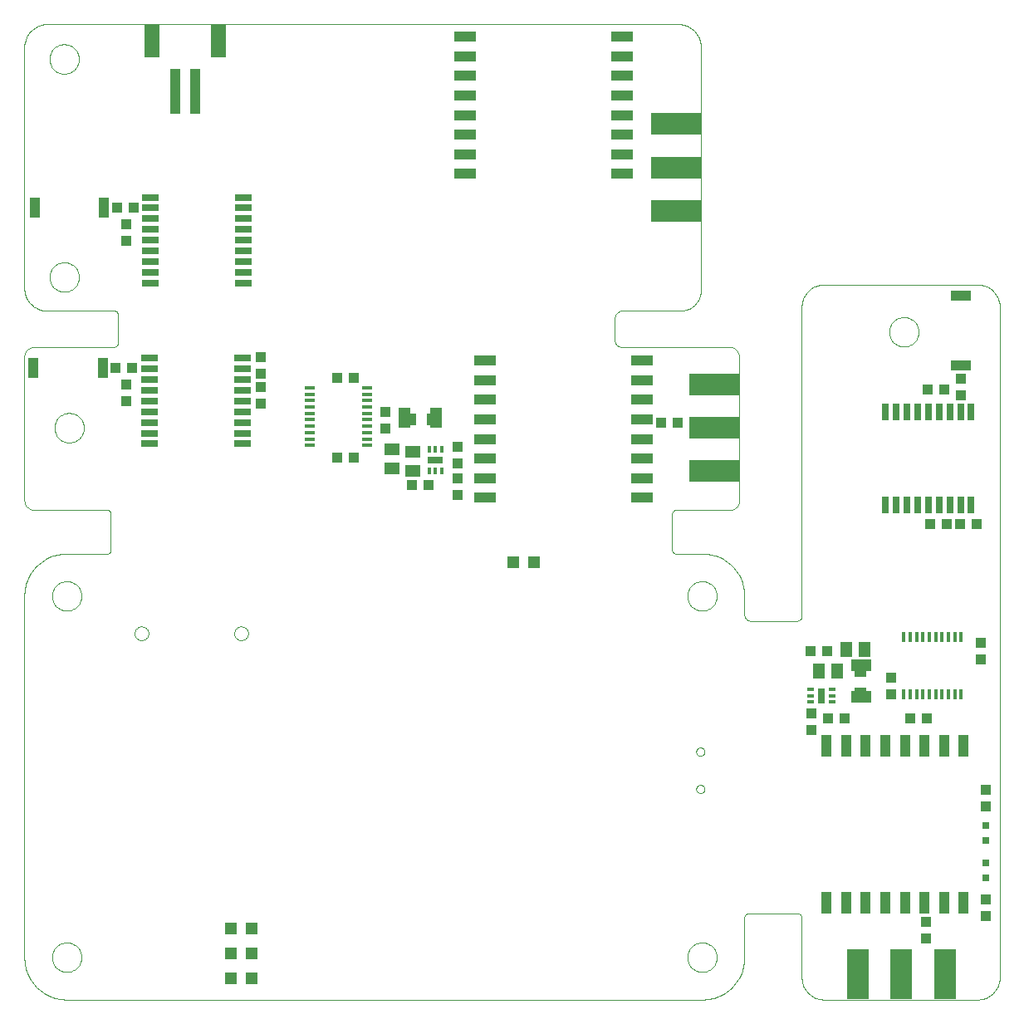
<source format=gtp>
G75*
%MOIN*%
%OFA0B0*%
%FSLAX24Y24*%
%IPPOS*%
%LPD*%
%AMOC8*
5,1,8,0,0,1.08239X$1,22.5*
%
%ADD10C,0.0000*%
%ADD11R,0.0472X0.0472*%
%ADD12R,0.0120X0.0390*%
%ADD13R,0.0315X0.0709*%
%ADD14R,0.0276X0.0709*%
%ADD15R,0.0787X0.0394*%
%ADD16R,0.0900X0.2000*%
%ADD17R,0.0420X0.0860*%
%ADD18R,0.0315X0.0630*%
%ADD19R,0.0315X0.0138*%
%ADD20R,0.0472X0.0315*%
%ADD21R,0.0433X0.0394*%
%ADD22R,0.0394X0.0433*%
%ADD23R,0.0512X0.0591*%
%ADD24R,0.0315X0.0315*%
%ADD25R,0.0787X0.0472*%
%ADD26R,0.0390X0.0120*%
%ADD27R,0.0709X0.0315*%
%ADD28R,0.0709X0.0276*%
%ADD29R,0.0394X0.0787*%
%ADD30R,0.2000X0.0900*%
%ADD31R,0.0860X0.0420*%
%ADD32R,0.0630X0.0315*%
%ADD33R,0.0138X0.0315*%
%ADD34R,0.0315X0.0472*%
%ADD35R,0.0591X0.0512*%
%ADD36R,0.0472X0.0787*%
%ADD37R,0.0394X0.1811*%
%ADD38R,0.0630X0.1339*%
D10*
X003080Y003851D02*
X028580Y003851D01*
X027989Y005551D02*
X027991Y005599D01*
X027997Y005647D01*
X028007Y005694D01*
X028020Y005740D01*
X028038Y005785D01*
X028058Y005829D01*
X028083Y005871D01*
X028111Y005910D01*
X028141Y005947D01*
X028175Y005981D01*
X028212Y006013D01*
X028250Y006042D01*
X028291Y006067D01*
X028334Y006089D01*
X028379Y006107D01*
X028425Y006121D01*
X028472Y006132D01*
X028520Y006139D01*
X028568Y006142D01*
X028616Y006141D01*
X028664Y006136D01*
X028712Y006127D01*
X028758Y006115D01*
X028803Y006098D01*
X028847Y006078D01*
X028889Y006055D01*
X028929Y006028D01*
X028967Y005998D01*
X029002Y005965D01*
X029034Y005929D01*
X029064Y005891D01*
X029090Y005850D01*
X029112Y005807D01*
X029132Y005763D01*
X029147Y005718D01*
X029159Y005671D01*
X029167Y005623D01*
X029171Y005575D01*
X029171Y005527D01*
X029167Y005479D01*
X029159Y005431D01*
X029147Y005384D01*
X029132Y005339D01*
X029112Y005295D01*
X029090Y005252D01*
X029064Y005211D01*
X029034Y005173D01*
X029002Y005137D01*
X028967Y005104D01*
X028929Y005074D01*
X028889Y005047D01*
X028847Y005024D01*
X028803Y005004D01*
X028758Y004987D01*
X028712Y004975D01*
X028664Y004966D01*
X028616Y004961D01*
X028568Y004960D01*
X028520Y004963D01*
X028472Y004970D01*
X028425Y004981D01*
X028379Y004995D01*
X028334Y005013D01*
X028291Y005035D01*
X028250Y005060D01*
X028212Y005089D01*
X028175Y005121D01*
X028141Y005155D01*
X028111Y005192D01*
X028083Y005231D01*
X028058Y005273D01*
X028038Y005317D01*
X028020Y005362D01*
X028007Y005408D01*
X027997Y005455D01*
X027991Y005503D01*
X027989Y005551D01*
X028580Y003851D02*
X028661Y003853D01*
X028742Y003859D01*
X028822Y003868D01*
X028902Y003882D01*
X028981Y003899D01*
X029059Y003920D01*
X029136Y003944D01*
X029212Y003973D01*
X029286Y004005D01*
X029359Y004040D01*
X029430Y004079D01*
X029499Y004121D01*
X029566Y004166D01*
X029631Y004215D01*
X029693Y004266D01*
X029753Y004321D01*
X029810Y004378D01*
X029865Y004438D01*
X029916Y004500D01*
X029965Y004565D01*
X030010Y004632D01*
X030052Y004701D01*
X030091Y004772D01*
X030126Y004845D01*
X030158Y004919D01*
X030187Y004995D01*
X030211Y005072D01*
X030232Y005150D01*
X030249Y005229D01*
X030263Y005309D01*
X030272Y005389D01*
X030278Y005470D01*
X030280Y005551D01*
X030280Y007151D01*
X030282Y007174D01*
X030287Y007197D01*
X030296Y007219D01*
X030309Y007239D01*
X030324Y007257D01*
X030342Y007272D01*
X030362Y007285D01*
X030384Y007294D01*
X030407Y007299D01*
X030430Y007301D01*
X032430Y007301D01*
X032453Y007299D01*
X032476Y007294D01*
X032498Y007285D01*
X032518Y007272D01*
X032536Y007257D01*
X032551Y007239D01*
X032564Y007219D01*
X032573Y007197D01*
X032578Y007174D01*
X032580Y007151D01*
X032580Y004751D01*
X032582Y004692D01*
X032588Y004634D01*
X032597Y004575D01*
X032611Y004518D01*
X032628Y004462D01*
X032649Y004407D01*
X032673Y004353D01*
X032701Y004301D01*
X032732Y004251D01*
X032766Y004203D01*
X032803Y004158D01*
X032844Y004115D01*
X032887Y004074D01*
X032932Y004037D01*
X032980Y004003D01*
X033030Y003972D01*
X033082Y003944D01*
X033136Y003920D01*
X033191Y003899D01*
X033247Y003882D01*
X033304Y003868D01*
X033363Y003859D01*
X033421Y003853D01*
X033480Y003851D01*
X039630Y003851D01*
X038780Y003851D02*
X034380Y003851D01*
X039630Y003851D02*
X039689Y003853D01*
X039747Y003859D01*
X039806Y003868D01*
X039863Y003882D01*
X039919Y003899D01*
X039974Y003920D01*
X040028Y003944D01*
X040080Y003972D01*
X040130Y004003D01*
X040178Y004037D01*
X040223Y004074D01*
X040266Y004115D01*
X040307Y004158D01*
X040344Y004203D01*
X040378Y004251D01*
X040409Y004301D01*
X040437Y004353D01*
X040461Y004407D01*
X040482Y004462D01*
X040499Y004518D01*
X040513Y004575D01*
X040522Y004634D01*
X040528Y004692D01*
X040530Y004751D01*
X040530Y031651D01*
X040528Y031710D01*
X040522Y031768D01*
X040513Y031827D01*
X040499Y031884D01*
X040482Y031940D01*
X040461Y031995D01*
X040437Y032049D01*
X040409Y032101D01*
X040378Y032151D01*
X040344Y032199D01*
X040307Y032244D01*
X040266Y032287D01*
X040223Y032328D01*
X040178Y032365D01*
X040130Y032399D01*
X040080Y032430D01*
X040028Y032458D01*
X039974Y032482D01*
X039919Y032503D01*
X039863Y032520D01*
X039806Y032534D01*
X039747Y032543D01*
X039689Y032549D01*
X039630Y032551D01*
X033480Y032551D01*
X033421Y032549D01*
X033363Y032543D01*
X033304Y032534D01*
X033247Y032520D01*
X033191Y032503D01*
X033136Y032482D01*
X033082Y032458D01*
X033030Y032430D01*
X032980Y032399D01*
X032932Y032365D01*
X032887Y032328D01*
X032844Y032287D01*
X032803Y032244D01*
X032766Y032199D01*
X032732Y032151D01*
X032701Y032101D01*
X032673Y032049D01*
X032649Y031995D01*
X032628Y031940D01*
X032611Y031884D01*
X032597Y031827D01*
X032588Y031768D01*
X032582Y031710D01*
X032580Y031651D01*
X032580Y019251D01*
X032578Y019225D01*
X032573Y019199D01*
X032565Y019174D01*
X032553Y019151D01*
X032539Y019129D01*
X032521Y019110D01*
X032502Y019092D01*
X032480Y019078D01*
X032457Y019066D01*
X032432Y019058D01*
X032406Y019053D01*
X032380Y019051D01*
X030530Y019051D01*
X030500Y019053D01*
X030470Y019058D01*
X030441Y019067D01*
X030414Y019080D01*
X030388Y019095D01*
X030364Y019114D01*
X030343Y019135D01*
X030324Y019159D01*
X030309Y019185D01*
X030296Y019212D01*
X030287Y019241D01*
X030282Y019271D01*
X030280Y019301D01*
X030280Y020051D01*
X027989Y020051D02*
X027991Y020099D01*
X027997Y020147D01*
X028007Y020194D01*
X028020Y020240D01*
X028038Y020285D01*
X028058Y020329D01*
X028083Y020371D01*
X028111Y020410D01*
X028141Y020447D01*
X028175Y020481D01*
X028212Y020513D01*
X028250Y020542D01*
X028291Y020567D01*
X028334Y020589D01*
X028379Y020607D01*
X028425Y020621D01*
X028472Y020632D01*
X028520Y020639D01*
X028568Y020642D01*
X028616Y020641D01*
X028664Y020636D01*
X028712Y020627D01*
X028758Y020615D01*
X028803Y020598D01*
X028847Y020578D01*
X028889Y020555D01*
X028929Y020528D01*
X028967Y020498D01*
X029002Y020465D01*
X029034Y020429D01*
X029064Y020391D01*
X029090Y020350D01*
X029112Y020307D01*
X029132Y020263D01*
X029147Y020218D01*
X029159Y020171D01*
X029167Y020123D01*
X029171Y020075D01*
X029171Y020027D01*
X029167Y019979D01*
X029159Y019931D01*
X029147Y019884D01*
X029132Y019839D01*
X029112Y019795D01*
X029090Y019752D01*
X029064Y019711D01*
X029034Y019673D01*
X029002Y019637D01*
X028967Y019604D01*
X028929Y019574D01*
X028889Y019547D01*
X028847Y019524D01*
X028803Y019504D01*
X028758Y019487D01*
X028712Y019475D01*
X028664Y019466D01*
X028616Y019461D01*
X028568Y019460D01*
X028520Y019463D01*
X028472Y019470D01*
X028425Y019481D01*
X028379Y019495D01*
X028334Y019513D01*
X028291Y019535D01*
X028250Y019560D01*
X028212Y019589D01*
X028175Y019621D01*
X028141Y019655D01*
X028111Y019692D01*
X028083Y019731D01*
X028058Y019773D01*
X028038Y019817D01*
X028020Y019862D01*
X028007Y019908D01*
X027997Y019955D01*
X027991Y020003D01*
X027989Y020051D01*
X028580Y021751D02*
X028661Y021749D01*
X028742Y021743D01*
X028822Y021734D01*
X028902Y021720D01*
X028981Y021703D01*
X029059Y021682D01*
X029136Y021658D01*
X029212Y021629D01*
X029286Y021597D01*
X029359Y021562D01*
X029430Y021523D01*
X029499Y021481D01*
X029566Y021436D01*
X029631Y021387D01*
X029693Y021336D01*
X029753Y021281D01*
X029810Y021224D01*
X029865Y021164D01*
X029916Y021102D01*
X029965Y021037D01*
X030010Y020970D01*
X030052Y020901D01*
X030091Y020830D01*
X030126Y020757D01*
X030158Y020683D01*
X030187Y020607D01*
X030211Y020530D01*
X030232Y020452D01*
X030249Y020373D01*
X030263Y020293D01*
X030272Y020213D01*
X030278Y020132D01*
X030280Y020051D01*
X028580Y021751D02*
X027530Y021751D01*
X027507Y021753D01*
X027484Y021758D01*
X027462Y021767D01*
X027442Y021780D01*
X027424Y021795D01*
X027409Y021813D01*
X027396Y021833D01*
X027387Y021855D01*
X027382Y021878D01*
X027380Y021901D01*
X027380Y023351D01*
X027382Y023374D01*
X027387Y023397D01*
X027396Y023419D01*
X027409Y023439D01*
X027424Y023457D01*
X027442Y023472D01*
X027462Y023485D01*
X027484Y023494D01*
X027507Y023499D01*
X027530Y023501D01*
X029680Y023501D01*
X029719Y023503D01*
X029758Y023509D01*
X029796Y023518D01*
X029833Y023531D01*
X029869Y023548D01*
X029902Y023568D01*
X029934Y023592D01*
X029963Y023618D01*
X029989Y023647D01*
X030013Y023679D01*
X030033Y023712D01*
X030050Y023748D01*
X030063Y023785D01*
X030072Y023823D01*
X030078Y023862D01*
X030080Y023901D01*
X030080Y029651D01*
X030074Y029692D01*
X030063Y029733D01*
X030049Y029772D01*
X030032Y029810D01*
X030011Y029846D01*
X029986Y029881D01*
X029959Y029912D01*
X029929Y029941D01*
X029896Y029967D01*
X029861Y029990D01*
X029824Y030010D01*
X029786Y030026D01*
X029746Y030039D01*
X029705Y030048D01*
X029664Y030053D01*
X029622Y030054D01*
X029580Y030051D01*
X025330Y030051D01*
X025300Y030053D01*
X025270Y030058D01*
X025241Y030067D01*
X025214Y030080D01*
X025188Y030095D01*
X025164Y030114D01*
X025143Y030135D01*
X025124Y030159D01*
X025109Y030185D01*
X025096Y030212D01*
X025087Y030241D01*
X025082Y030271D01*
X025080Y030301D01*
X025080Y031201D01*
X025082Y031235D01*
X025088Y031268D01*
X025097Y031300D01*
X025110Y031331D01*
X025126Y031361D01*
X025145Y031388D01*
X025168Y031413D01*
X025193Y031436D01*
X025220Y031455D01*
X025250Y031471D01*
X025281Y031484D01*
X025313Y031493D01*
X025346Y031499D01*
X025380Y031501D01*
X027630Y031501D01*
X027686Y031498D01*
X027743Y031499D01*
X027799Y031503D01*
X027855Y031512D01*
X027911Y031524D01*
X027965Y031540D01*
X028018Y031559D01*
X028069Y031582D01*
X028119Y031609D01*
X028167Y031639D01*
X028213Y031672D01*
X028256Y031708D01*
X028297Y031747D01*
X028335Y031789D01*
X028371Y031834D01*
X028403Y031880D01*
X028431Y031929D01*
X028457Y031979D01*
X028479Y032031D01*
X028497Y032085D01*
X028512Y032139D01*
X028523Y032195D01*
X028530Y032251D01*
X028530Y042101D01*
X028528Y042160D01*
X028522Y042218D01*
X028513Y042277D01*
X028499Y042334D01*
X028482Y042390D01*
X028461Y042445D01*
X028437Y042499D01*
X028409Y042551D01*
X028378Y042601D01*
X028344Y042649D01*
X028307Y042694D01*
X028266Y042737D01*
X028223Y042778D01*
X028178Y042815D01*
X028130Y042849D01*
X028080Y042880D01*
X028028Y042908D01*
X027974Y042932D01*
X027919Y042953D01*
X027863Y042970D01*
X027806Y042984D01*
X027747Y042993D01*
X027689Y042999D01*
X027630Y043001D01*
X002280Y043001D01*
X002222Y042997D01*
X002164Y042990D01*
X002107Y042980D01*
X002051Y042965D01*
X001995Y042948D01*
X001941Y042927D01*
X001889Y042902D01*
X001838Y042874D01*
X001788Y042843D01*
X001741Y042809D01*
X001696Y042773D01*
X001654Y042733D01*
X001614Y042691D01*
X001577Y042646D01*
X001542Y042599D01*
X001511Y042550D01*
X001483Y042500D01*
X001458Y042447D01*
X001436Y042393D01*
X001418Y042338D01*
X001403Y042282D01*
X001392Y042225D01*
X001384Y042167D01*
X001381Y042109D01*
X001380Y042051D01*
X001380Y032401D01*
X001382Y032342D01*
X001388Y032284D01*
X001397Y032225D01*
X001411Y032168D01*
X001428Y032112D01*
X001449Y032057D01*
X001473Y032003D01*
X001501Y031951D01*
X001532Y031901D01*
X001566Y031853D01*
X001603Y031808D01*
X001644Y031765D01*
X001687Y031724D01*
X001732Y031687D01*
X001780Y031653D01*
X001830Y031622D01*
X001882Y031594D01*
X001936Y031570D01*
X001991Y031549D01*
X002047Y031532D01*
X002104Y031518D01*
X002163Y031509D01*
X002221Y031503D01*
X002280Y031501D01*
X004980Y031501D01*
X005003Y031499D01*
X005026Y031494D01*
X005048Y031485D01*
X005068Y031472D01*
X005086Y031457D01*
X005101Y031439D01*
X005114Y031419D01*
X005123Y031397D01*
X005128Y031374D01*
X005130Y031351D01*
X005130Y030201D01*
X005128Y030178D01*
X005123Y030155D01*
X005114Y030133D01*
X005101Y030113D01*
X005086Y030095D01*
X005068Y030080D01*
X005048Y030067D01*
X005026Y030058D01*
X005003Y030053D01*
X004980Y030051D01*
X001780Y030051D01*
X001741Y030049D01*
X001702Y030043D01*
X001664Y030034D01*
X001627Y030021D01*
X001591Y030004D01*
X001558Y029984D01*
X001526Y029960D01*
X001497Y029934D01*
X001471Y029905D01*
X001447Y029873D01*
X001427Y029840D01*
X001410Y029804D01*
X001397Y029767D01*
X001388Y029729D01*
X001382Y029690D01*
X001380Y029651D01*
X001380Y023901D01*
X001382Y023862D01*
X001388Y023823D01*
X001397Y023785D01*
X001410Y023748D01*
X001427Y023712D01*
X001447Y023679D01*
X001471Y023647D01*
X001497Y023618D01*
X001526Y023592D01*
X001558Y023568D01*
X001591Y023548D01*
X001627Y023531D01*
X001664Y023518D01*
X001702Y023509D01*
X001741Y023503D01*
X001780Y023501D01*
X004730Y023501D01*
X004747Y023499D01*
X004764Y023495D01*
X004780Y023488D01*
X004794Y023478D01*
X004807Y023465D01*
X004817Y023451D01*
X004824Y023435D01*
X004828Y023418D01*
X004830Y023401D01*
X004830Y021851D01*
X004828Y021834D01*
X004824Y021817D01*
X004817Y021801D01*
X004807Y021787D01*
X004794Y021774D01*
X004780Y021764D01*
X004764Y021757D01*
X004747Y021753D01*
X004730Y021751D01*
X003080Y021751D01*
X002489Y020051D02*
X002491Y020099D01*
X002497Y020147D01*
X002507Y020194D01*
X002520Y020240D01*
X002538Y020285D01*
X002558Y020329D01*
X002583Y020371D01*
X002611Y020410D01*
X002641Y020447D01*
X002675Y020481D01*
X002712Y020513D01*
X002750Y020542D01*
X002791Y020567D01*
X002834Y020589D01*
X002879Y020607D01*
X002925Y020621D01*
X002972Y020632D01*
X003020Y020639D01*
X003068Y020642D01*
X003116Y020641D01*
X003164Y020636D01*
X003212Y020627D01*
X003258Y020615D01*
X003303Y020598D01*
X003347Y020578D01*
X003389Y020555D01*
X003429Y020528D01*
X003467Y020498D01*
X003502Y020465D01*
X003534Y020429D01*
X003564Y020391D01*
X003590Y020350D01*
X003612Y020307D01*
X003632Y020263D01*
X003647Y020218D01*
X003659Y020171D01*
X003667Y020123D01*
X003671Y020075D01*
X003671Y020027D01*
X003667Y019979D01*
X003659Y019931D01*
X003647Y019884D01*
X003632Y019839D01*
X003612Y019795D01*
X003590Y019752D01*
X003564Y019711D01*
X003534Y019673D01*
X003502Y019637D01*
X003467Y019604D01*
X003429Y019574D01*
X003389Y019547D01*
X003347Y019524D01*
X003303Y019504D01*
X003258Y019487D01*
X003212Y019475D01*
X003164Y019466D01*
X003116Y019461D01*
X003068Y019460D01*
X003020Y019463D01*
X002972Y019470D01*
X002925Y019481D01*
X002879Y019495D01*
X002834Y019513D01*
X002791Y019535D01*
X002750Y019560D01*
X002712Y019589D01*
X002675Y019621D01*
X002641Y019655D01*
X002611Y019692D01*
X002583Y019731D01*
X002558Y019773D01*
X002538Y019817D01*
X002520Y019862D01*
X002507Y019908D01*
X002497Y019955D01*
X002491Y020003D01*
X002489Y020051D01*
X001380Y020051D02*
X001382Y020132D01*
X001388Y020213D01*
X001397Y020293D01*
X001411Y020373D01*
X001428Y020452D01*
X001449Y020530D01*
X001473Y020607D01*
X001502Y020683D01*
X001534Y020757D01*
X001569Y020830D01*
X001608Y020901D01*
X001650Y020970D01*
X001695Y021037D01*
X001744Y021102D01*
X001795Y021164D01*
X001850Y021224D01*
X001907Y021281D01*
X001967Y021336D01*
X002029Y021387D01*
X002094Y021436D01*
X002161Y021481D01*
X002230Y021523D01*
X002301Y021562D01*
X002374Y021597D01*
X002448Y021629D01*
X002524Y021658D01*
X002601Y021682D01*
X002679Y021703D01*
X002758Y021720D01*
X002838Y021734D01*
X002918Y021743D01*
X002999Y021749D01*
X003080Y021751D01*
X001380Y020051D02*
X001380Y005551D01*
X002489Y005551D02*
X002491Y005599D01*
X002497Y005647D01*
X002507Y005694D01*
X002520Y005740D01*
X002538Y005785D01*
X002558Y005829D01*
X002583Y005871D01*
X002611Y005910D01*
X002641Y005947D01*
X002675Y005981D01*
X002712Y006013D01*
X002750Y006042D01*
X002791Y006067D01*
X002834Y006089D01*
X002879Y006107D01*
X002925Y006121D01*
X002972Y006132D01*
X003020Y006139D01*
X003068Y006142D01*
X003116Y006141D01*
X003164Y006136D01*
X003212Y006127D01*
X003258Y006115D01*
X003303Y006098D01*
X003347Y006078D01*
X003389Y006055D01*
X003429Y006028D01*
X003467Y005998D01*
X003502Y005965D01*
X003534Y005929D01*
X003564Y005891D01*
X003590Y005850D01*
X003612Y005807D01*
X003632Y005763D01*
X003647Y005718D01*
X003659Y005671D01*
X003667Y005623D01*
X003671Y005575D01*
X003671Y005527D01*
X003667Y005479D01*
X003659Y005431D01*
X003647Y005384D01*
X003632Y005339D01*
X003612Y005295D01*
X003590Y005252D01*
X003564Y005211D01*
X003534Y005173D01*
X003502Y005137D01*
X003467Y005104D01*
X003429Y005074D01*
X003389Y005047D01*
X003347Y005024D01*
X003303Y005004D01*
X003258Y004987D01*
X003212Y004975D01*
X003164Y004966D01*
X003116Y004961D01*
X003068Y004960D01*
X003020Y004963D01*
X002972Y004970D01*
X002925Y004981D01*
X002879Y004995D01*
X002834Y005013D01*
X002791Y005035D01*
X002750Y005060D01*
X002712Y005089D01*
X002675Y005121D01*
X002641Y005155D01*
X002611Y005192D01*
X002583Y005231D01*
X002558Y005273D01*
X002538Y005317D01*
X002520Y005362D01*
X002507Y005408D01*
X002497Y005455D01*
X002491Y005503D01*
X002489Y005551D01*
X001380Y005551D02*
X001382Y005470D01*
X001388Y005389D01*
X001397Y005309D01*
X001411Y005229D01*
X001428Y005150D01*
X001449Y005072D01*
X001473Y004995D01*
X001502Y004919D01*
X001534Y004845D01*
X001569Y004772D01*
X001608Y004701D01*
X001650Y004632D01*
X001695Y004565D01*
X001744Y004500D01*
X001795Y004438D01*
X001850Y004378D01*
X001907Y004321D01*
X001967Y004266D01*
X002029Y004215D01*
X002094Y004166D01*
X002161Y004121D01*
X002230Y004079D01*
X002301Y004040D01*
X002374Y004005D01*
X002448Y003973D01*
X002524Y003944D01*
X002601Y003920D01*
X002679Y003899D01*
X002758Y003882D01*
X002838Y003868D01*
X002918Y003859D01*
X002999Y003853D01*
X003080Y003851D01*
X005804Y018551D02*
X005806Y018584D01*
X005812Y018616D01*
X005821Y018647D01*
X005834Y018677D01*
X005851Y018705D01*
X005871Y018731D01*
X005894Y018755D01*
X005919Y018775D01*
X005947Y018793D01*
X005976Y018807D01*
X006007Y018817D01*
X006039Y018824D01*
X006072Y018827D01*
X006105Y018826D01*
X006137Y018821D01*
X006168Y018812D01*
X006199Y018800D01*
X006227Y018784D01*
X006254Y018765D01*
X006278Y018743D01*
X006299Y018718D01*
X006318Y018691D01*
X006333Y018662D01*
X006344Y018632D01*
X006352Y018600D01*
X006356Y018567D01*
X006356Y018535D01*
X006352Y018502D01*
X006344Y018470D01*
X006333Y018440D01*
X006318Y018411D01*
X006299Y018384D01*
X006278Y018359D01*
X006254Y018337D01*
X006227Y018318D01*
X006199Y018302D01*
X006168Y018290D01*
X006137Y018281D01*
X006105Y018276D01*
X006072Y018275D01*
X006039Y018278D01*
X006007Y018285D01*
X005976Y018295D01*
X005947Y018309D01*
X005919Y018327D01*
X005894Y018347D01*
X005871Y018371D01*
X005851Y018397D01*
X005834Y018425D01*
X005821Y018455D01*
X005812Y018486D01*
X005806Y018518D01*
X005804Y018551D01*
X009804Y018551D02*
X009806Y018584D01*
X009812Y018616D01*
X009821Y018647D01*
X009834Y018677D01*
X009851Y018705D01*
X009871Y018731D01*
X009894Y018755D01*
X009919Y018775D01*
X009947Y018793D01*
X009976Y018807D01*
X010007Y018817D01*
X010039Y018824D01*
X010072Y018827D01*
X010105Y018826D01*
X010137Y018821D01*
X010168Y018812D01*
X010199Y018800D01*
X010227Y018784D01*
X010254Y018765D01*
X010278Y018743D01*
X010299Y018718D01*
X010318Y018691D01*
X010333Y018662D01*
X010344Y018632D01*
X010352Y018600D01*
X010356Y018567D01*
X010356Y018535D01*
X010352Y018502D01*
X010344Y018470D01*
X010333Y018440D01*
X010318Y018411D01*
X010299Y018384D01*
X010278Y018359D01*
X010254Y018337D01*
X010227Y018318D01*
X010199Y018302D01*
X010168Y018290D01*
X010137Y018281D01*
X010105Y018276D01*
X010072Y018275D01*
X010039Y018278D01*
X010007Y018285D01*
X009976Y018295D01*
X009947Y018309D01*
X009919Y018327D01*
X009894Y018347D01*
X009871Y018371D01*
X009851Y018397D01*
X009834Y018425D01*
X009821Y018455D01*
X009812Y018486D01*
X009806Y018518D01*
X009804Y018551D01*
X002589Y026801D02*
X002591Y026849D01*
X002597Y026897D01*
X002607Y026944D01*
X002620Y026990D01*
X002638Y027035D01*
X002658Y027079D01*
X002683Y027121D01*
X002711Y027160D01*
X002741Y027197D01*
X002775Y027231D01*
X002812Y027263D01*
X002850Y027292D01*
X002891Y027317D01*
X002934Y027339D01*
X002979Y027357D01*
X003025Y027371D01*
X003072Y027382D01*
X003120Y027389D01*
X003168Y027392D01*
X003216Y027391D01*
X003264Y027386D01*
X003312Y027377D01*
X003358Y027365D01*
X003403Y027348D01*
X003447Y027328D01*
X003489Y027305D01*
X003529Y027278D01*
X003567Y027248D01*
X003602Y027215D01*
X003634Y027179D01*
X003664Y027141D01*
X003690Y027100D01*
X003712Y027057D01*
X003732Y027013D01*
X003747Y026968D01*
X003759Y026921D01*
X003767Y026873D01*
X003771Y026825D01*
X003771Y026777D01*
X003767Y026729D01*
X003759Y026681D01*
X003747Y026634D01*
X003732Y026589D01*
X003712Y026545D01*
X003690Y026502D01*
X003664Y026461D01*
X003634Y026423D01*
X003602Y026387D01*
X003567Y026354D01*
X003529Y026324D01*
X003489Y026297D01*
X003447Y026274D01*
X003403Y026254D01*
X003358Y026237D01*
X003312Y026225D01*
X003264Y026216D01*
X003216Y026211D01*
X003168Y026210D01*
X003120Y026213D01*
X003072Y026220D01*
X003025Y026231D01*
X002979Y026245D01*
X002934Y026263D01*
X002891Y026285D01*
X002850Y026310D01*
X002812Y026339D01*
X002775Y026371D01*
X002741Y026405D01*
X002711Y026442D01*
X002683Y026481D01*
X002658Y026523D01*
X002638Y026567D01*
X002620Y026612D01*
X002607Y026658D01*
X002597Y026705D01*
X002591Y026753D01*
X002589Y026801D01*
X002389Y032851D02*
X002391Y032899D01*
X002397Y032947D01*
X002407Y032994D01*
X002420Y033040D01*
X002438Y033085D01*
X002458Y033129D01*
X002483Y033171D01*
X002511Y033210D01*
X002541Y033247D01*
X002575Y033281D01*
X002612Y033313D01*
X002650Y033342D01*
X002691Y033367D01*
X002734Y033389D01*
X002779Y033407D01*
X002825Y033421D01*
X002872Y033432D01*
X002920Y033439D01*
X002968Y033442D01*
X003016Y033441D01*
X003064Y033436D01*
X003112Y033427D01*
X003158Y033415D01*
X003203Y033398D01*
X003247Y033378D01*
X003289Y033355D01*
X003329Y033328D01*
X003367Y033298D01*
X003402Y033265D01*
X003434Y033229D01*
X003464Y033191D01*
X003490Y033150D01*
X003512Y033107D01*
X003532Y033063D01*
X003547Y033018D01*
X003559Y032971D01*
X003567Y032923D01*
X003571Y032875D01*
X003571Y032827D01*
X003567Y032779D01*
X003559Y032731D01*
X003547Y032684D01*
X003532Y032639D01*
X003512Y032595D01*
X003490Y032552D01*
X003464Y032511D01*
X003434Y032473D01*
X003402Y032437D01*
X003367Y032404D01*
X003329Y032374D01*
X003289Y032347D01*
X003247Y032324D01*
X003203Y032304D01*
X003158Y032287D01*
X003112Y032275D01*
X003064Y032266D01*
X003016Y032261D01*
X002968Y032260D01*
X002920Y032263D01*
X002872Y032270D01*
X002825Y032281D01*
X002779Y032295D01*
X002734Y032313D01*
X002691Y032335D01*
X002650Y032360D01*
X002612Y032389D01*
X002575Y032421D01*
X002541Y032455D01*
X002511Y032492D01*
X002483Y032531D01*
X002458Y032573D01*
X002438Y032617D01*
X002420Y032662D01*
X002407Y032708D01*
X002397Y032755D01*
X002391Y032803D01*
X002389Y032851D01*
X002389Y041601D02*
X002391Y041649D01*
X002397Y041697D01*
X002407Y041744D01*
X002420Y041790D01*
X002438Y041835D01*
X002458Y041879D01*
X002483Y041921D01*
X002511Y041960D01*
X002541Y041997D01*
X002575Y042031D01*
X002612Y042063D01*
X002650Y042092D01*
X002691Y042117D01*
X002734Y042139D01*
X002779Y042157D01*
X002825Y042171D01*
X002872Y042182D01*
X002920Y042189D01*
X002968Y042192D01*
X003016Y042191D01*
X003064Y042186D01*
X003112Y042177D01*
X003158Y042165D01*
X003203Y042148D01*
X003247Y042128D01*
X003289Y042105D01*
X003329Y042078D01*
X003367Y042048D01*
X003402Y042015D01*
X003434Y041979D01*
X003464Y041941D01*
X003490Y041900D01*
X003512Y041857D01*
X003532Y041813D01*
X003547Y041768D01*
X003559Y041721D01*
X003567Y041673D01*
X003571Y041625D01*
X003571Y041577D01*
X003567Y041529D01*
X003559Y041481D01*
X003547Y041434D01*
X003532Y041389D01*
X003512Y041345D01*
X003490Y041302D01*
X003464Y041261D01*
X003434Y041223D01*
X003402Y041187D01*
X003367Y041154D01*
X003329Y041124D01*
X003289Y041097D01*
X003247Y041074D01*
X003203Y041054D01*
X003158Y041037D01*
X003112Y041025D01*
X003064Y041016D01*
X003016Y041011D01*
X002968Y041010D01*
X002920Y041013D01*
X002872Y041020D01*
X002825Y041031D01*
X002779Y041045D01*
X002734Y041063D01*
X002691Y041085D01*
X002650Y041110D01*
X002612Y041139D01*
X002575Y041171D01*
X002541Y041205D01*
X002511Y041242D01*
X002483Y041281D01*
X002458Y041323D01*
X002438Y041367D01*
X002420Y041412D01*
X002407Y041458D01*
X002397Y041505D01*
X002391Y041553D01*
X002389Y041601D01*
X028530Y039451D02*
X028530Y035051D01*
X030080Y029001D02*
X030080Y024601D01*
X036089Y030651D02*
X036091Y030699D01*
X036097Y030747D01*
X036107Y030794D01*
X036120Y030840D01*
X036138Y030885D01*
X036158Y030929D01*
X036183Y030971D01*
X036211Y031010D01*
X036241Y031047D01*
X036275Y031081D01*
X036312Y031113D01*
X036350Y031142D01*
X036391Y031167D01*
X036434Y031189D01*
X036479Y031207D01*
X036525Y031221D01*
X036572Y031232D01*
X036620Y031239D01*
X036668Y031242D01*
X036716Y031241D01*
X036764Y031236D01*
X036812Y031227D01*
X036858Y031215D01*
X036903Y031198D01*
X036947Y031178D01*
X036989Y031155D01*
X037029Y031128D01*
X037067Y031098D01*
X037102Y031065D01*
X037134Y031029D01*
X037164Y030991D01*
X037190Y030950D01*
X037212Y030907D01*
X037232Y030863D01*
X037247Y030818D01*
X037259Y030771D01*
X037267Y030723D01*
X037271Y030675D01*
X037271Y030627D01*
X037267Y030579D01*
X037259Y030531D01*
X037247Y030484D01*
X037232Y030439D01*
X037212Y030395D01*
X037190Y030352D01*
X037164Y030311D01*
X037134Y030273D01*
X037102Y030237D01*
X037067Y030204D01*
X037029Y030174D01*
X036989Y030147D01*
X036947Y030124D01*
X036903Y030104D01*
X036858Y030087D01*
X036812Y030075D01*
X036764Y030066D01*
X036716Y030061D01*
X036668Y030060D01*
X036620Y030063D01*
X036572Y030070D01*
X036525Y030081D01*
X036479Y030095D01*
X036434Y030113D01*
X036391Y030135D01*
X036350Y030160D01*
X036312Y030189D01*
X036275Y030221D01*
X036241Y030255D01*
X036211Y030292D01*
X036183Y030331D01*
X036158Y030373D01*
X036138Y030417D01*
X036120Y030462D01*
X036107Y030508D01*
X036097Y030555D01*
X036091Y030603D01*
X036089Y030651D01*
X028347Y013799D02*
X028349Y013824D01*
X028355Y013849D01*
X028364Y013873D01*
X028377Y013895D01*
X028394Y013915D01*
X028413Y013932D01*
X028434Y013946D01*
X028458Y013956D01*
X028482Y013963D01*
X028508Y013966D01*
X028533Y013965D01*
X028558Y013960D01*
X028582Y013951D01*
X028605Y013939D01*
X028625Y013924D01*
X028643Y013905D01*
X028658Y013884D01*
X028669Y013861D01*
X028677Y013837D01*
X028681Y013812D01*
X028681Y013786D01*
X028677Y013761D01*
X028669Y013737D01*
X028658Y013714D01*
X028643Y013693D01*
X028625Y013674D01*
X028605Y013659D01*
X028582Y013647D01*
X028558Y013638D01*
X028533Y013633D01*
X028508Y013632D01*
X028482Y013635D01*
X028458Y013642D01*
X028434Y013652D01*
X028413Y013666D01*
X028394Y013683D01*
X028377Y013703D01*
X028364Y013725D01*
X028355Y013749D01*
X028349Y013774D01*
X028347Y013799D01*
X028347Y012303D02*
X028349Y012328D01*
X028355Y012353D01*
X028364Y012377D01*
X028377Y012399D01*
X028394Y012419D01*
X028413Y012436D01*
X028434Y012450D01*
X028458Y012460D01*
X028482Y012467D01*
X028508Y012470D01*
X028533Y012469D01*
X028558Y012464D01*
X028582Y012455D01*
X028605Y012443D01*
X028625Y012428D01*
X028643Y012409D01*
X028658Y012388D01*
X028669Y012365D01*
X028677Y012341D01*
X028681Y012316D01*
X028681Y012290D01*
X028677Y012265D01*
X028669Y012241D01*
X028658Y012218D01*
X028643Y012197D01*
X028625Y012178D01*
X028605Y012163D01*
X028582Y012151D01*
X028558Y012142D01*
X028533Y012137D01*
X028508Y012136D01*
X028482Y012139D01*
X028458Y012146D01*
X028434Y012156D01*
X028413Y012170D01*
X028394Y012187D01*
X028377Y012207D01*
X028364Y012229D01*
X028355Y012253D01*
X028349Y012278D01*
X028347Y012303D01*
D11*
X021843Y021401D03*
X021017Y021401D03*
X010493Y006701D03*
X009667Y006701D03*
X009667Y005701D03*
X010493Y005701D03*
X010493Y004701D03*
X009667Y004701D03*
D12*
X036678Y016102D03*
X036934Y016102D03*
X037190Y016102D03*
X037446Y016102D03*
X037702Y016102D03*
X037958Y016102D03*
X038214Y016102D03*
X038470Y016102D03*
X038726Y016102D03*
X038982Y016102D03*
X038982Y018399D03*
X038726Y018399D03*
X038470Y018399D03*
X038214Y018399D03*
X037958Y018399D03*
X037702Y018399D03*
X037446Y018399D03*
X037190Y018399D03*
X036934Y018399D03*
X036678Y018399D03*
D13*
X036794Y023702D03*
X036361Y023702D03*
X037227Y023702D03*
X037660Y023702D03*
X038093Y023702D03*
X038526Y023702D03*
X038960Y023702D03*
X038960Y027442D03*
X038526Y027442D03*
X038093Y027442D03*
X037660Y027442D03*
X037227Y027442D03*
X036794Y027442D03*
X036361Y027442D03*
D14*
X035948Y027442D03*
X039373Y027442D03*
X039373Y023702D03*
X035948Y023702D03*
D15*
X038980Y029301D03*
X038980Y032096D03*
D16*
X038320Y004861D03*
X036580Y004861D03*
X034840Y004861D03*
D17*
X035143Y007751D03*
X035930Y007751D03*
X036718Y007751D03*
X037505Y007751D03*
X038293Y007751D03*
X039080Y007751D03*
X034356Y007751D03*
X033568Y007751D03*
X033568Y014051D03*
X034356Y014051D03*
X035143Y014051D03*
X035930Y014051D03*
X036718Y014051D03*
X037505Y014051D03*
X038293Y014051D03*
X039080Y014051D03*
D18*
X033380Y016051D03*
D19*
X032947Y016051D03*
X032947Y016307D03*
X032947Y015795D03*
X033813Y015795D03*
X033813Y016051D03*
X033813Y016307D03*
D20*
X034930Y016246D03*
X034930Y016955D03*
D21*
X033615Y017851D03*
X032945Y017851D03*
X032980Y015335D03*
X032980Y014666D03*
X039980Y012285D03*
X039980Y011616D03*
X039980Y007885D03*
X039980Y007216D03*
X039615Y022951D03*
X038945Y022951D03*
X038415Y022951D03*
X037745Y022951D03*
X037645Y028351D03*
X038315Y028351D03*
X027615Y027001D03*
X026945Y027001D03*
X018780Y026035D03*
X018780Y025366D03*
X018780Y024785D03*
X018780Y024116D03*
X017615Y024501D03*
X016945Y024501D03*
X015880Y026766D03*
X015880Y027435D03*
X014615Y028801D03*
X013945Y028801D03*
X013945Y025601D03*
X014615Y025601D03*
X005715Y029201D03*
X005045Y029201D03*
X005095Y035651D03*
X005765Y035651D03*
D22*
X005480Y034985D03*
X005480Y034316D03*
X010880Y029635D03*
X010880Y028966D03*
X010880Y028435D03*
X010880Y027766D03*
X005480Y027866D03*
X005480Y028535D03*
X033645Y015151D03*
X034315Y015151D03*
X036180Y016116D03*
X036180Y016785D03*
X036945Y015151D03*
X037615Y015151D03*
X039780Y017516D03*
X039780Y018185D03*
X038980Y028116D03*
X038980Y028785D03*
X037580Y006985D03*
X037580Y006316D03*
D23*
X034004Y017051D03*
X033256Y017051D03*
X034356Y017901D03*
X035104Y017901D03*
D24*
X039980Y010846D03*
X039980Y010255D03*
X039980Y009346D03*
X039980Y008755D03*
D25*
X034980Y016021D03*
X034980Y017281D03*
D26*
X015129Y026099D03*
X015129Y026355D03*
X015129Y026611D03*
X015129Y026867D03*
X015129Y027123D03*
X015129Y027379D03*
X015129Y027634D03*
X015129Y027890D03*
X015129Y028146D03*
X015129Y028402D03*
X012831Y028402D03*
X012831Y028146D03*
X012831Y027890D03*
X012831Y027634D03*
X012831Y027379D03*
X012831Y027123D03*
X012831Y026867D03*
X012831Y026611D03*
X012831Y026355D03*
X012831Y026099D03*
D27*
X010129Y026582D03*
X010129Y027015D03*
X010129Y027448D03*
X010129Y027881D03*
X010129Y028314D03*
X010129Y028747D03*
X010129Y029180D03*
X006389Y029180D03*
X006389Y028747D03*
X006389Y028314D03*
X006389Y027881D03*
X006389Y027448D03*
X006389Y027015D03*
X006389Y026582D03*
X006439Y033032D03*
X006439Y033465D03*
X006439Y033898D03*
X006439Y034331D03*
X006439Y034764D03*
X006439Y035197D03*
X006439Y035630D03*
X010179Y035630D03*
X010179Y035197D03*
X010179Y034764D03*
X010179Y034331D03*
X010179Y033898D03*
X010179Y033465D03*
X010179Y033032D03*
D28*
X010179Y032618D03*
X010129Y029594D03*
X010129Y026168D03*
X006389Y026168D03*
X006389Y029594D03*
X006439Y032618D03*
X006439Y036044D03*
X010179Y036044D03*
D29*
X004580Y035651D03*
X001785Y035651D03*
X001735Y029201D03*
X004530Y029201D03*
D30*
X027520Y035511D03*
X027520Y037251D03*
X027520Y038991D03*
X029070Y028541D03*
X029070Y026801D03*
X029070Y025061D03*
D31*
X026179Y024776D03*
X026179Y025564D03*
X026179Y026351D03*
X026179Y027138D03*
X026179Y027926D03*
X026179Y028713D03*
X026179Y029501D03*
X026179Y023989D03*
X019880Y023989D03*
X019880Y024776D03*
X019880Y025564D03*
X019880Y026351D03*
X019880Y027138D03*
X019880Y027926D03*
X019880Y028713D03*
X019880Y029501D03*
X019080Y036989D03*
X019080Y037776D03*
X019080Y038564D03*
X019080Y039351D03*
X019080Y040138D03*
X019080Y040926D03*
X019080Y041713D03*
X019080Y042501D03*
X025379Y042501D03*
X025379Y041713D03*
X025379Y040926D03*
X025379Y040138D03*
X025379Y039351D03*
X025379Y038564D03*
X025379Y037776D03*
X025379Y036989D03*
D32*
X017880Y025501D03*
D33*
X017880Y025934D03*
X018136Y025934D03*
X017624Y025934D03*
X017624Y025068D03*
X017880Y025068D03*
X018136Y025068D03*
D34*
X017684Y027151D03*
X016976Y027151D03*
D35*
X016980Y025825D03*
X016980Y025077D03*
X016130Y025177D03*
X016130Y025925D03*
D36*
X016650Y027201D03*
X017910Y027201D03*
D37*
X008224Y040294D03*
X007436Y040294D03*
D38*
X006491Y042341D03*
X009169Y042341D03*
M02*

</source>
